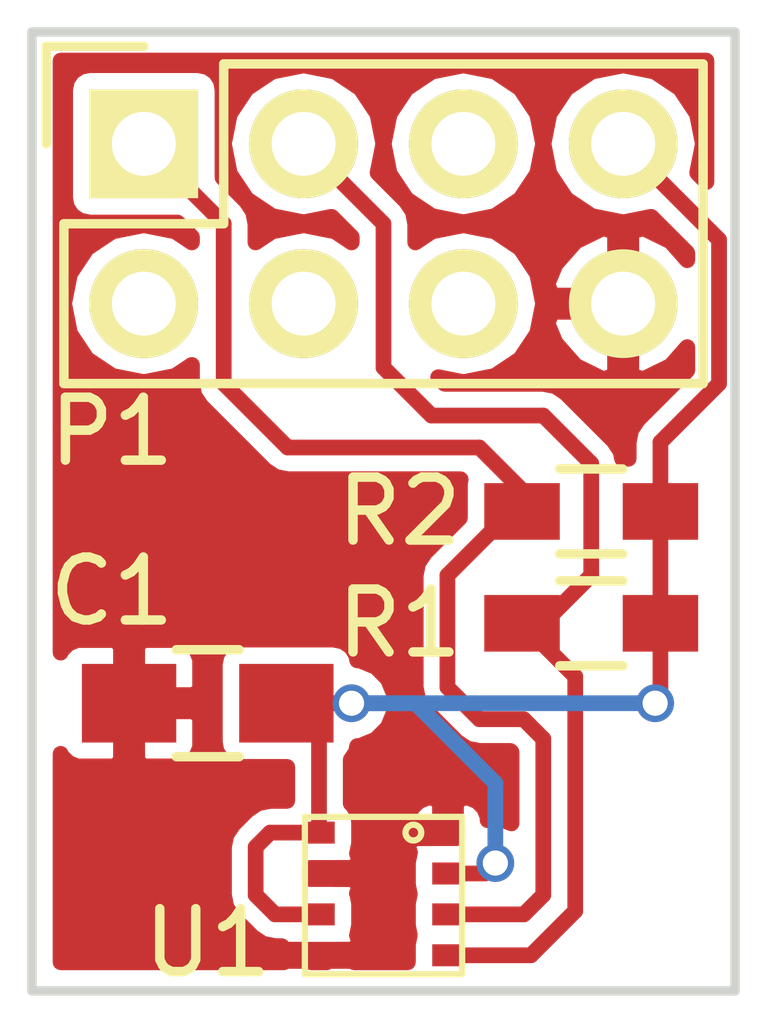
<source format=kicad_pcb>
(kicad_pcb (version 4) (host pcbnew "(2015-11-24 BZR 6329)-product")

  (general
    (links 14)
    (no_connects 0)
    (area 0 0 0 0)
    (thickness 1.6)
    (drawings 4)
    (tracks 51)
    (zones 0)
    (modules 5)
    (nets 5)
  )

  (page A4)
  (layers
    (0 F.Cu signal)
    (31 B.Cu signal)
    (32 B.Adhes user)
    (33 F.Adhes user)
    (34 B.Paste user)
    (35 F.Paste user)
    (36 B.SilkS user)
    (37 F.SilkS user)
    (38 B.Mask user)
    (39 F.Mask user)
    (40 Dwgs.User user)
    (41 Cmts.User user)
    (42 Eco1.User user)
    (43 Eco2.User user)
    (44 Edge.Cuts user)
    (45 Margin user)
    (46 B.CrtYd user)
    (47 F.CrtYd user)
    (48 B.Fab user)
    (49 F.Fab user)
  )

  (setup
    (last_trace_width 0.25)
    (trace_clearance 0.2)
    (zone_clearance 0.254)
    (zone_45_only no)
    (trace_min 0.2)
    (segment_width 0.2)
    (edge_width 0.15)
    (via_size 0.6)
    (via_drill 0.4)
    (via_min_size 0.4)
    (via_min_drill 0.3)
    (uvia_size 0.3)
    (uvia_drill 0.1)
    (uvias_allowed no)
    (uvia_min_size 0.2)
    (uvia_min_drill 0.1)
    (pcb_text_width 0.3)
    (pcb_text_size 1.5 1.5)
    (mod_edge_width 0.15)
    (mod_text_size 1 1)
    (mod_text_width 0.15)
    (pad_size 1.524 1.524)
    (pad_drill 0.762)
    (pad_to_mask_clearance 0.2)
    (aux_axis_origin 0 0)
    (visible_elements FFFFFF7F)
    (pcbplotparams
      (layerselection 0x00030_80000001)
      (usegerberextensions false)
      (excludeedgelayer true)
      (linewidth 0.100000)
      (plotframeref false)
      (viasonmask false)
      (mode 1)
      (useauxorigin false)
      (hpglpennumber 1)
      (hpglpenspeed 20)
      (hpglpendiameter 15)
      (hpglpenoverlay 2)
      (psnegative false)
      (psa4output false)
      (plotreference true)
      (plotvalue true)
      (plotinvisibletext false)
      (padsonsilk false)
      (subtractmaskfromsilk false)
      (outputformat 1)
      (mirror false)
      (drillshape 1)
      (scaleselection 1)
      (outputdirectory ""))
  )

  (net 0 "")
  (net 1 +3V3)
  (net 2 GND)
  (net 3 "Net-(P1-Pad1)")
  (net 4 "Net-(P1-Pad3)")

  (net_class Default "This is the default net class."
    (clearance 0.2)
    (trace_width 0.25)
    (via_dia 0.6)
    (via_drill 0.4)
    (uvia_dia 0.3)
    (uvia_drill 0.1)
    (add_net +3V3)
    (add_net GND)
    (add_net "Net-(P1-Pad1)")
    (add_net "Net-(P1-Pad3)")
  )

  (module Capacitors_SMD:C_0805_HandSoldering (layer F.Cu) (tedit 57E23D6A) (tstamp 57E23A72)
    (at 141.478 102.616 180)
    (descr "Capacitor SMD 0805, hand soldering")
    (tags "capacitor 0805")
    (path /57E13B49)
    (attr smd)
    (fp_text reference C1 (at 1.524 1.778 180) (layer F.SilkS)
      (effects (font (size 1 1) (thickness 0.15)))
    )
    (fp_text value 10uF (at -15.494 -1.016 180) (layer F.Fab) hide
      (effects (font (size 1 1) (thickness 0.15)))
    )
    (fp_line (start -2.3 -1) (end 2.3 -1) (layer F.CrtYd) (width 0.05))
    (fp_line (start -2.3 1) (end 2.3 1) (layer F.CrtYd) (width 0.05))
    (fp_line (start -2.3 -1) (end -2.3 1) (layer F.CrtYd) (width 0.05))
    (fp_line (start 2.3 -1) (end 2.3 1) (layer F.CrtYd) (width 0.05))
    (fp_line (start 0.5 -0.85) (end -0.5 -0.85) (layer F.SilkS) (width 0.15))
    (fp_line (start -0.5 0.85) (end 0.5 0.85) (layer F.SilkS) (width 0.15))
    (pad 1 smd rect (at -1.25 0 180) (size 1.5 1.25) (layers F.Cu F.Paste F.Mask)
      (net 1 +3V3))
    (pad 2 smd rect (at 1.25 0 180) (size 1.5 1.25) (layers F.Cu F.Paste F.Mask)
      (net 2 GND))
    (model Capacitors_SMD.3dshapes/C_0805_HandSoldering.wrl
      (at (xyz 0 0 0))
      (scale (xyz 1 1 1))
      (rotate (xyz 0 0 0))
    )
  )

  (module Socket_Strips:Socket_Strip_Straight_2x04 (layer F.Cu) (tedit 57E23D77) (tstamp 57E23A7E)
    (at 140.462 93.726)
    (descr "Through hole socket strip")
    (tags "socket strip")
    (path /57E13C3A)
    (fp_text reference P1 (at -0.508 4.572) (layer F.SilkS)
      (effects (font (size 1 1) (thickness 0.15)))
    )
    (fp_text value CONN_02X04 (at 0 -3.1) (layer F.Fab) hide
      (effects (font (size 1 1) (thickness 0.15)))
    )
    (fp_line (start -1.75 -1.75) (end -1.75 4.3) (layer F.CrtYd) (width 0.05))
    (fp_line (start 9.4 -1.75) (end 9.4 4.3) (layer F.CrtYd) (width 0.05))
    (fp_line (start -1.75 -1.75) (end 9.4 -1.75) (layer F.CrtYd) (width 0.05))
    (fp_line (start -1.75 4.3) (end 9.4 4.3) (layer F.CrtYd) (width 0.05))
    (fp_line (start 1.27 -1.27) (end 8.89 -1.27) (layer F.SilkS) (width 0.15))
    (fp_line (start 8.89 -1.27) (end 8.89 3.81) (layer F.SilkS) (width 0.15))
    (fp_line (start 8.89 3.81) (end -1.27 3.81) (layer F.SilkS) (width 0.15))
    (fp_line (start -1.27 3.81) (end -1.27 1.27) (layer F.SilkS) (width 0.15))
    (fp_line (start 0 -1.55) (end -1.55 -1.55) (layer F.SilkS) (width 0.15))
    (fp_line (start -1.27 1.27) (end 1.27 1.27) (layer F.SilkS) (width 0.15))
    (fp_line (start 1.27 1.27) (end 1.27 -1.27) (layer F.SilkS) (width 0.15))
    (fp_line (start -1.55 -1.55) (end -1.55 0) (layer F.SilkS) (width 0.15))
    (pad 1 thru_hole rect (at 0 0) (size 1.7272 1.7272) (drill 1.016) (layers *.Cu *.Mask F.SilkS)
      (net 3 "Net-(P1-Pad1)"))
    (pad 2 thru_hole oval (at 0 2.54) (size 1.7272 1.7272) (drill 1.016) (layers *.Cu *.Mask F.SilkS))
    (pad 3 thru_hole oval (at 2.54 0) (size 1.7272 1.7272) (drill 1.016) (layers *.Cu *.Mask F.SilkS)
      (net 4 "Net-(P1-Pad3)"))
    (pad 4 thru_hole oval (at 2.54 2.54) (size 1.7272 1.7272) (drill 1.016) (layers *.Cu *.Mask F.SilkS))
    (pad 5 thru_hole oval (at 5.08 0) (size 1.7272 1.7272) (drill 1.016) (layers *.Cu *.Mask F.SilkS))
    (pad 6 thru_hole oval (at 5.08 2.54) (size 1.7272 1.7272) (drill 1.016) (layers *.Cu *.Mask F.SilkS))
    (pad 7 thru_hole oval (at 7.62 0) (size 1.7272 1.7272) (drill 1.016) (layers *.Cu *.Mask F.SilkS)
      (net 1 +3V3))
    (pad 8 thru_hole oval (at 7.62 2.54) (size 1.7272 1.7272) (drill 1.016) (layers *.Cu *.Mask F.SilkS)
      (net 2 GND))
    (model Socket_Strips.3dshapes/Socket_Strip_Straight_2x04.wrl
      (at (xyz 0.15 -0.05 0))
      (scale (xyz 1 1 1))
      (rotate (xyz 0 0 180))
    )
  )

  (module Resistors_SMD:R_0603_HandSoldering (layer F.Cu) (tedit 57E23D67) (tstamp 57E23A84)
    (at 147.574 101.346 180)
    (descr "Resistor SMD 0603, hand soldering")
    (tags "resistor 0603")
    (path /57E135E3)
    (attr smd)
    (fp_text reference R1 (at 3.048 0 180) (layer F.SilkS)
      (effects (font (size 1 1) (thickness 0.15)))
    )
    (fp_text value 10K (at -8.89 -1.27 180) (layer F.Fab) hide
      (effects (font (size 1 1) (thickness 0.15)))
    )
    (fp_line (start -2 -0.8) (end 2 -0.8) (layer F.CrtYd) (width 0.05))
    (fp_line (start -2 0.8) (end 2 0.8) (layer F.CrtYd) (width 0.05))
    (fp_line (start -2 -0.8) (end -2 0.8) (layer F.CrtYd) (width 0.05))
    (fp_line (start 2 -0.8) (end 2 0.8) (layer F.CrtYd) (width 0.05))
    (fp_line (start 0.5 0.675) (end -0.5 0.675) (layer F.SilkS) (width 0.15))
    (fp_line (start -0.5 -0.675) (end 0.5 -0.675) (layer F.SilkS) (width 0.15))
    (pad 1 smd rect (at -1.1 0 180) (size 1.2 0.9) (layers F.Cu F.Paste F.Mask)
      (net 1 +3V3))
    (pad 2 smd rect (at 1.1 0 180) (size 1.2 0.9) (layers F.Cu F.Paste F.Mask)
      (net 4 "Net-(P1-Pad3)"))
    (model Resistors_SMD.3dshapes/R_0603_HandSoldering.wrl
      (at (xyz 0 0 0))
      (scale (xyz 1 1 1))
      (rotate (xyz 0 0 0))
    )
  )

  (module Resistors_SMD:R_0603_HandSoldering (layer F.Cu) (tedit 57E23D73) (tstamp 57E23A8A)
    (at 147.574 99.568 180)
    (descr "Resistor SMD 0603, hand soldering")
    (tags "resistor 0603")
    (path /57E13610)
    (attr smd)
    (fp_text reference R2 (at 3.048 0 180) (layer F.SilkS)
      (effects (font (size 1 1) (thickness 0.15)))
    )
    (fp_text value 10K (at -13.97 1.27 180) (layer F.Fab) hide
      (effects (font (size 1 1) (thickness 0.15)))
    )
    (fp_line (start -2 -0.8) (end 2 -0.8) (layer F.CrtYd) (width 0.05))
    (fp_line (start -2 0.8) (end 2 0.8) (layer F.CrtYd) (width 0.05))
    (fp_line (start -2 -0.8) (end -2 0.8) (layer F.CrtYd) (width 0.05))
    (fp_line (start 2 -0.8) (end 2 0.8) (layer F.CrtYd) (width 0.05))
    (fp_line (start 0.5 0.675) (end -0.5 0.675) (layer F.SilkS) (width 0.15))
    (fp_line (start -0.5 -0.675) (end 0.5 -0.675) (layer F.SilkS) (width 0.15))
    (pad 1 smd rect (at -1.1 0 180) (size 1.2 0.9) (layers F.Cu F.Paste F.Mask)
      (net 1 +3V3))
    (pad 2 smd rect (at 1.1 0 180) (size 1.2 0.9) (layers F.Cu F.Paste F.Mask)
      (net 3 "Net-(P1-Pad1)"))
    (model Resistors_SMD.3dshapes/R_0603_HandSoldering.wrl
      (at (xyz 0 0 0))
      (scale (xyz 1 1 1))
      (rotate (xyz 0 0 0))
    )
  )

  (module bme280:BME280 (layer F.Cu) (tedit 57E23D6E) (tstamp 57E23A96)
    (at 144.272 106.172)
    (path /57E134EA)
    (fp_text reference U1 (at -2.794 0.254) (layer F.SilkS)
      (effects (font (size 1 1) (thickness 0.15)))
    )
    (fp_text value BME280 (at 14.732 -0.254) (layer F.Fab) hide
      (effects (font (size 1 1) (thickness 0.15)))
    )
    (fp_circle (center 0.475 -1.5) (end 0.55 -1.4) (layer F.SilkS) (width 0.1))
    (fp_line (start -1.25 -1.75) (end 1.25 -1.75) (layer F.SilkS) (width 0.1))
    (fp_line (start 1.25 -1.75) (end 1.25 0.75) (layer F.SilkS) (width 0.1))
    (fp_line (start 1.25 0.75) (end -1.25 0.75) (layer F.SilkS) (width 0.1))
    (fp_line (start -1.25 0.75) (end -1.25 -1.75) (layer F.SilkS) (width 0.1))
    (pad 1 smd rect (at 1.025 -1.5) (size 0.5 0.35) (layers F.Cu F.Paste F.Mask)
      (net 2 GND))
    (pad 2 smd rect (at 1.025 -0.85) (size 0.5 0.35) (layers F.Cu F.Paste F.Mask)
      (net 1 +3V3))
    (pad 3 smd rect (at 1.025 -0.2) (size 0.5 0.35) (layers F.Cu F.Paste F.Mask)
      (net 3 "Net-(P1-Pad1)"))
    (pad 4 smd rect (at 1.025 0.45) (size 0.5 0.35) (layers F.Cu F.Paste F.Mask)
      (net 4 "Net-(P1-Pad3)"))
    (pad 5 smd rect (at -1.025 0.45) (size 0.5 0.35) (layers F.Cu F.Paste F.Mask)
      (net 2 GND))
    (pad 6 smd rect (at -1.025 -0.2) (size 0.5 0.35) (layers F.Cu F.Paste F.Mask)
      (net 1 +3V3))
    (pad 7 smd rect (at -1.025 -0.85) (size 0.5 0.35) (layers F.Cu F.Paste F.Mask)
      (net 2 GND))
    (pad 8 smd rect (at -1.025 -1.5) (size 0.5 0.35) (layers F.Cu F.Paste F.Mask)
      (net 1 +3V3))
  )

  (gr_line (start 138.684 91.948) (end 149.86 91.948) (angle 90) (layer Edge.Cuts) (width 0.15))
  (gr_line (start 149.86 107.188) (end 138.684 107.188) (angle 90) (layer Edge.Cuts) (width 0.15))
  (gr_line (start 149.86 91.948) (end 149.86 107.188) (angle 90) (layer Edge.Cuts) (width 0.15))
  (gr_line (start 138.684 91.948) (end 138.684 107.188) (angle 90) (layer Edge.Cuts) (width 0.15))

  (segment (start 145.297 105.322) (end 145.884 105.322) (width 0.25) (layer F.Cu) (net 1))
  (segment (start 144.78 102.616) (end 143.764 102.616) (width 0.25) (layer B.Cu) (net 1) (tstamp 57E23D26))
  (segment (start 146.05 103.886) (end 144.78 102.616) (width 0.25) (layer B.Cu) (net 1) (tstamp 57E23D25))
  (segment (start 146.05 105.156) (end 146.05 103.886) (width 0.25) (layer B.Cu) (net 1) (tstamp 57E23D24))
  (via (at 146.05 105.156) (size 0.6) (drill 0.4) (layers F.Cu B.Cu) (net 1))
  (segment (start 145.884 105.322) (end 146.05 105.156) (width 0.25) (layer F.Cu) (net 1) (tstamp 57E23D12))
  (segment (start 142.728 102.616) (end 143.764 102.616) (width 0.25) (layer F.Cu) (net 1))
  (segment (start 148.674 102.532) (end 148.674 101.346) (width 0.25) (layer F.Cu) (net 1) (tstamp 57E23C84))
  (segment (start 148.59 102.616) (end 148.674 102.532) (width 0.25) (layer F.Cu) (net 1) (tstamp 57E23C83))
  (via (at 148.59 102.616) (size 0.6) (drill 0.4) (layers F.Cu B.Cu) (net 1))
  (segment (start 143.764 102.616) (end 148.59 102.616) (width 0.25) (layer B.Cu) (net 1) (tstamp 57E23C7F))
  (via (at 143.764 102.616) (size 0.6) (drill 0.4) (layers F.Cu B.Cu) (net 1))
  (segment (start 143.247 104.672) (end 143.247 103.135) (width 0.25) (layer F.Cu) (net 1))
  (segment (start 143.247 103.135) (end 142.728 102.616) (width 0.25) (layer F.Cu) (net 1) (tstamp 57E23C3F))
  (segment (start 143.247 105.972) (end 142.548 105.972) (width 0.25) (layer F.Cu) (net 1))
  (segment (start 142.47 104.672) (end 143.247 104.672) (width 0.25) (layer F.Cu) (net 1) (tstamp 57E23C3B))
  (segment (start 142.24 104.902) (end 142.47 104.672) (width 0.25) (layer F.Cu) (net 1) (tstamp 57E23C39))
  (segment (start 142.24 105.664) (end 142.24 104.902) (width 0.25) (layer F.Cu) (net 1) (tstamp 57E23C34))
  (segment (start 142.548 105.972) (end 142.24 105.664) (width 0.25) (layer F.Cu) (net 1) (tstamp 57E23C32))
  (segment (start 148.674 99.568) (end 148.674 98.468) (width 0.25) (layer F.Cu) (net 1))
  (segment (start 149.606 95.25) (end 148.082 93.726) (width 0.25) (layer F.Cu) (net 1) (tstamp 57E23BDD))
  (segment (start 149.606 97.536) (end 149.606 95.25) (width 0.25) (layer F.Cu) (net 1) (tstamp 57E23BDC))
  (segment (start 148.674 98.468) (end 149.606 97.536) (width 0.25) (layer F.Cu) (net 1) (tstamp 57E23BDB))
  (segment (start 148.674 101.092) (end 148.674 99.568) (width 0.25) (layer F.Cu) (net 1))
  (segment (start 145.297 105.972) (end 146.504 105.972) (width 0.25) (layer F.Cu) (net 3))
  (segment (start 145.288 100.584) (end 145.288 102.362) (width 0.25) (layer F.Cu) (net 3) (tstamp 57E23C0D))
  (segment (start 145.288 100.584) (end 146.304 99.568) (width 0.25) (layer F.Cu) (net 3) (tstamp 57E23C0C))
  (segment (start 145.796 102.87) (end 145.288 102.362) (width 0.25) (layer F.Cu) (net 3) (tstamp 57E23D0E))
  (segment (start 146.500002 102.87) (end 145.796 102.87) (width 0.25) (layer F.Cu) (net 3) (tstamp 57E23D08))
  (segment (start 146.812 103.181998) (end 146.500002 102.87) (width 0.25) (layer F.Cu) (net 3) (tstamp 57E23D06))
  (segment (start 146.812 105.664) (end 146.812 103.181998) (width 0.25) (layer F.Cu) (net 3) (tstamp 57E23D05))
  (segment (start 146.504 105.972) (end 146.812 105.664) (width 0.25) (layer F.Cu) (net 3) (tstamp 57E23D04))
  (segment (start 146.474 99.568) (end 146.474 99.23) (width 0.25) (layer F.Cu) (net 3))
  (segment (start 146.474 99.23) (end 145.796 98.552) (width 0.25) (layer F.Cu) (net 3) (tstamp 57E23C20))
  (segment (start 141.732 94.996) (end 140.462 93.726) (width 0.25) (layer F.Cu) (net 3) (tstamp 57E23C26))
  (segment (start 141.732 97.536) (end 141.732 94.996) (width 0.25) (layer F.Cu) (net 3) (tstamp 57E23C24))
  (segment (start 142.748 98.552) (end 141.732 97.536) (width 0.25) (layer F.Cu) (net 3) (tstamp 57E23C22))
  (segment (start 145.796 98.552) (end 142.748 98.552) (width 0.25) (layer F.Cu) (net 3) (tstamp 57E23C21))
  (segment (start 146.474 99.568) (end 146.304 99.568) (width 0.25) (layer F.Cu) (net 3))
  (segment (start 145.297 106.622) (end 146.616 106.622) (width 0.25) (layer F.Cu) (net 4))
  (segment (start 147.32 102.192) (end 146.474 101.346) (width 0.25) (layer F.Cu) (net 4) (tstamp 57E23CF6))
  (segment (start 147.32 105.918) (end 147.32 102.192) (width 0.25) (layer F.Cu) (net 4) (tstamp 57E23CF3))
  (segment (start 146.616 106.622) (end 147.32 105.918) (width 0.25) (layer F.Cu) (net 4) (tstamp 57E23CF0))
  (segment (start 146.474 101.346) (end 146.812 101.346) (width 0.25) (layer F.Cu) (net 4))
  (segment (start 146.812 101.346) (end 147.574 100.584) (width 0.25) (layer F.Cu) (net 4) (tstamp 57E23C16))
  (segment (start 144.272 94.996) (end 143.002 93.726) (width 0.25) (layer F.Cu) (net 4) (tstamp 57E23C1C))
  (segment (start 144.272 97.282) (end 144.272 94.996) (width 0.25) (layer F.Cu) (net 4) (tstamp 57E23C1B))
  (segment (start 145.034 98.044) (end 144.272 97.282) (width 0.25) (layer F.Cu) (net 4) (tstamp 57E23C1A))
  (segment (start 146.812 98.044) (end 145.034 98.044) (width 0.25) (layer F.Cu) (net 4) (tstamp 57E23C19))
  (segment (start 147.574 98.806) (end 146.812 98.044) (width 0.25) (layer F.Cu) (net 4) (tstamp 57E23C18))
  (segment (start 147.574 100.584) (end 147.574 98.806) (width 0.25) (layer F.Cu) (net 4) (tstamp 57E23C17))

  (zone (net 2) (net_name GND) (layer F.Cu) (tstamp 57E23C56) (hatch edge 0.508)
    (connect_pads (clearance 0.254))
    (min_thickness 0.254)
    (fill yes (arc_segments 16) (thermal_gap 0.254) (thermal_bridge_width 0.508))
    (polygon
      (pts
        (xy 150.368 107.696) (xy 138.176 107.696) (xy 138.176 91.44) (xy 150.368 91.44) (xy 150.368 107.696)
      )
    )
    (filled_polygon
      (pts
        (xy 149.404 94.332408) (xy 149.259169 94.187577) (xy 149.350983 93.726) (xy 149.256243 93.249712) (xy 148.986448 92.845935)
        (xy 148.582671 92.57614) (xy 148.106383 92.4814) (xy 148.057617 92.4814) (xy 147.581329 92.57614) (xy 147.177552 92.845935)
        (xy 146.907757 93.249712) (xy 146.813017 93.726) (xy 146.907757 94.202288) (xy 147.177552 94.606065) (xy 147.581329 94.87586)
        (xy 148.057617 94.9706) (xy 148.106383 94.9706) (xy 148.527285 94.886877) (xy 149.1 95.459592) (xy 149.1 95.574849)
        (xy 148.837199 95.27669) (xy 148.40112 95.062995) (xy 148.209 95.123135) (xy 148.209 96.139) (xy 148.229 96.139)
        (xy 148.229 96.393) (xy 148.209 96.393) (xy 148.209 97.408865) (xy 148.40112 97.469005) (xy 148.837199 97.25531)
        (xy 149.1 96.957151) (xy 149.1 97.326408) (xy 148.316204 98.110204) (xy 148.206517 98.274362) (xy 148.168 98.468)
        (xy 148.168 98.729536) (xy 148.074 98.729536) (xy 148.065123 98.731206) (xy 148.041483 98.612362) (xy 147.931796 98.448204)
        (xy 147.169796 97.686204) (xy 147.005638 97.576517) (xy 146.812 97.538) (xy 145.243592 97.538) (xy 145.141347 97.435755)
        (xy 145.517617 97.5106) (xy 145.566383 97.5106) (xy 146.042671 97.41586) (xy 146.446448 97.146065) (xy 146.716243 96.742288)
        (xy 146.747506 96.585118) (xy 146.879007 96.585118) (xy 147.005695 96.891001) (xy 147.326801 97.25531) (xy 147.76288 97.469005)
        (xy 147.955 97.408865) (xy 147.955 96.393) (xy 146.939688 96.393) (xy 146.879007 96.585118) (xy 146.747506 96.585118)
        (xy 146.810983 96.266) (xy 146.747507 95.946882) (xy 146.879007 95.946882) (xy 146.939688 96.139) (xy 147.955 96.139)
        (xy 147.955 95.123135) (xy 147.76288 95.062995) (xy 147.326801 95.27669) (xy 147.005695 95.640999) (xy 146.879007 95.946882)
        (xy 146.747507 95.946882) (xy 146.716243 95.789712) (xy 146.446448 95.385935) (xy 146.042671 95.11614) (xy 145.566383 95.0214)
        (xy 145.517617 95.0214) (xy 145.041329 95.11614) (xy 144.778 95.292091) (xy 144.778 94.996) (xy 144.739483 94.802362)
        (xy 144.629796 94.638204) (xy 144.179169 94.187577) (xy 144.270983 93.726) (xy 144.273017 93.726) (xy 144.367757 94.202288)
        (xy 144.637552 94.606065) (xy 145.041329 94.87586) (xy 145.517617 94.9706) (xy 145.566383 94.9706) (xy 146.042671 94.87586)
        (xy 146.446448 94.606065) (xy 146.716243 94.202288) (xy 146.810983 93.726) (xy 146.716243 93.249712) (xy 146.446448 92.845935)
        (xy 146.042671 92.57614) (xy 145.566383 92.4814) (xy 145.517617 92.4814) (xy 145.041329 92.57614) (xy 144.637552 92.845935)
        (xy 144.367757 93.249712) (xy 144.273017 93.726) (xy 144.270983 93.726) (xy 144.176243 93.249712) (xy 143.906448 92.845935)
        (xy 143.502671 92.57614) (xy 143.026383 92.4814) (xy 142.977617 92.4814) (xy 142.501329 92.57614) (xy 142.097552 92.845935)
        (xy 141.827757 93.249712) (xy 141.733017 93.726) (xy 141.827757 94.202288) (xy 142.097552 94.606065) (xy 142.501329 94.87586)
        (xy 142.977617 94.9706) (xy 143.026383 94.9706) (xy 143.447285 94.886877) (xy 143.766 95.205592) (xy 143.766 95.292091)
        (xy 143.502671 95.11614) (xy 143.026383 95.0214) (xy 142.977617 95.0214) (xy 142.501329 95.11614) (xy 142.238 95.292091)
        (xy 142.238 94.996) (xy 142.199483 94.802362) (xy 142.089796 94.638204) (xy 141.714064 94.262472) (xy 141.714064 92.8624)
        (xy 141.687497 92.72121) (xy 141.604054 92.591535) (xy 141.476734 92.504541) (xy 141.3256 92.473936) (xy 139.5984 92.473936)
        (xy 139.45721 92.500503) (xy 139.327535 92.583946) (xy 139.240541 92.711266) (xy 139.209936 92.8624) (xy 139.209936 94.5896)
        (xy 139.236503 94.73079) (xy 139.319946 94.860465) (xy 139.447266 94.947459) (xy 139.5984 94.978064) (xy 140.998472 94.978064)
        (xy 141.226 95.205592) (xy 141.226 95.292091) (xy 140.962671 95.11614) (xy 140.486383 95.0214) (xy 140.437617 95.0214)
        (xy 139.961329 95.11614) (xy 139.557552 95.385935) (xy 139.287757 95.789712) (xy 139.193017 96.266) (xy 139.287757 96.742288)
        (xy 139.557552 97.146065) (xy 139.961329 97.41586) (xy 140.437617 97.5106) (xy 140.486383 97.5106) (xy 140.962671 97.41586)
        (xy 141.226 97.239909) (xy 141.226 97.536) (xy 141.264517 97.729638) (xy 141.374204 97.893796) (xy 142.390204 98.909796)
        (xy 142.554362 99.019483) (xy 142.748 99.058) (xy 145.497686 99.058) (xy 145.485536 99.118) (xy 145.485536 99.670872)
        (xy 144.930204 100.226204) (xy 144.820517 100.390362) (xy 144.782 100.584) (xy 144.782 102.362) (xy 144.820517 102.555638)
        (xy 144.930204 102.719796) (xy 145.438204 103.227796) (xy 145.602362 103.337483) (xy 145.796 103.376) (xy 146.29041 103.376)
        (xy 146.306 103.39159) (xy 146.306 104.524924) (xy 146.186054 104.475118) (xy 145.928 104.474893) (xy 145.928 104.421215)
        (xy 145.869996 104.281181) (xy 145.76282 104.174004) (xy 145.622786 104.116) (xy 145.51725 104.116) (xy 145.422 104.21125)
        (xy 145.422 104.5845) (xy 145.444 104.5845) (xy 145.444 104.758536) (xy 145.047 104.758536) (xy 145.041877 104.7595)
        (xy 144.76125 104.7595) (xy 144.666 104.85475) (xy 144.666 104.922785) (xy 144.69358 104.989369) (xy 144.689141 104.995866)
        (xy 144.658536 105.147) (xy 144.658536 105.497) (xy 144.685103 105.63819) (xy 144.689605 105.645187) (xy 144.689141 105.645866)
        (xy 144.658536 105.797) (xy 144.658536 106.147) (xy 144.685103 106.28819) (xy 144.689605 106.295187) (xy 144.689141 106.295866)
        (xy 144.658536 106.447) (xy 144.658536 106.732) (xy 143.80525 106.732) (xy 143.78275 106.7095) (xy 143.372 106.7095)
        (xy 143.372 106.732) (xy 143.122 106.732) (xy 143.122 106.7095) (xy 142.71125 106.7095) (xy 142.68875 106.732)
        (xy 139.14 106.732) (xy 139.14 103.420596) (xy 139.155004 103.456819) (xy 139.26218 103.563996) (xy 139.402214 103.622)
        (xy 140.00575 103.622) (xy 140.101 103.52675) (xy 140.101 102.743) (xy 140.355 102.743) (xy 140.355 103.52675)
        (xy 140.45025 103.622) (xy 141.053786 103.622) (xy 141.19382 103.563996) (xy 141.300996 103.456819) (xy 141.359 103.316785)
        (xy 141.359 102.83825) (xy 141.26375 102.743) (xy 140.355 102.743) (xy 140.101 102.743) (xy 140.081 102.743)
        (xy 140.081 102.489) (xy 140.101 102.489) (xy 140.101 101.70525) (xy 140.355 101.70525) (xy 140.355 102.489)
        (xy 141.26375 102.489) (xy 141.359 102.39375) (xy 141.359 101.991) (xy 141.589536 101.991) (xy 141.589536 103.241)
        (xy 141.616103 103.38219) (xy 141.699546 103.511865) (xy 141.826866 103.598859) (xy 141.978 103.629464) (xy 142.741 103.629464)
        (xy 142.741 104.166) (xy 142.47 104.166) (xy 142.276362 104.204517) (xy 142.112204 104.314204) (xy 141.882204 104.544204)
        (xy 141.772517 104.708362) (xy 141.734 104.902) (xy 141.734 105.664) (xy 141.772517 105.857638) (xy 141.882204 106.021796)
        (xy 142.190204 106.329796) (xy 142.354362 106.439483) (xy 142.548 106.478) (xy 142.65475 106.478) (xy 142.71125 106.5345)
        (xy 142.99224 106.5345) (xy 142.997 106.535464) (xy 143.497 106.535464) (xy 143.502123 106.5345) (xy 143.78275 106.5345)
        (xy 143.878 106.43925) (xy 143.878 106.371215) (xy 143.85042 106.304631) (xy 143.854859 106.298134) (xy 143.885464 106.147)
        (xy 143.885464 105.797) (xy 143.858897 105.65581) (xy 143.849597 105.641357) (xy 143.878 105.572785) (xy 143.878 105.50475)
        (xy 143.78275 105.4095) (xy 143.50176 105.4095) (xy 143.497 105.408536) (xy 143.1 105.408536) (xy 143.1 105.235464)
        (xy 143.497 105.235464) (xy 143.502123 105.2345) (xy 143.78275 105.2345) (xy 143.878 105.13925) (xy 143.878 105.071215)
        (xy 143.85042 105.004631) (xy 143.854859 104.998134) (xy 143.885464 104.847) (xy 143.885464 104.497) (xy 143.871204 104.421215)
        (xy 144.666 104.421215) (xy 144.666 104.48925) (xy 144.76125 104.5845) (xy 145.172 104.5845) (xy 145.172 104.21125)
        (xy 145.07675 104.116) (xy 144.971214 104.116) (xy 144.83118 104.174004) (xy 144.724004 104.281181) (xy 144.666 104.421215)
        (xy 143.871204 104.421215) (xy 143.858897 104.35581) (xy 143.775454 104.226135) (xy 143.753 104.210793) (xy 143.753 103.513402)
        (xy 143.835859 103.392134) (xy 143.855108 103.29708) (xy 143.898865 103.297118) (xy 144.149252 103.193661) (xy 144.340987 103.002259)
        (xy 144.444882 102.752054) (xy 144.445118 102.481135) (xy 144.341661 102.230748) (xy 144.150259 102.039013) (xy 143.900054 101.935118)
        (xy 143.855942 101.93508) (xy 143.839897 101.84981) (xy 143.756454 101.720135) (xy 143.629134 101.633141) (xy 143.478 101.602536)
        (xy 141.978 101.602536) (xy 141.83681 101.629103) (xy 141.707135 101.712546) (xy 141.620141 101.839866) (xy 141.589536 101.991)
        (xy 141.359 101.991) (xy 141.359 101.915215) (xy 141.300996 101.775181) (xy 141.19382 101.668004) (xy 141.053786 101.61)
        (xy 140.45025 101.61) (xy 140.355 101.70525) (xy 140.101 101.70525) (xy 140.00575 101.61) (xy 139.402214 101.61)
        (xy 139.26218 101.668004) (xy 139.155004 101.775181) (xy 139.14 101.811404) (xy 139.14 92.404) (xy 149.404 92.404)
      )
    )
  )
)

</source>
